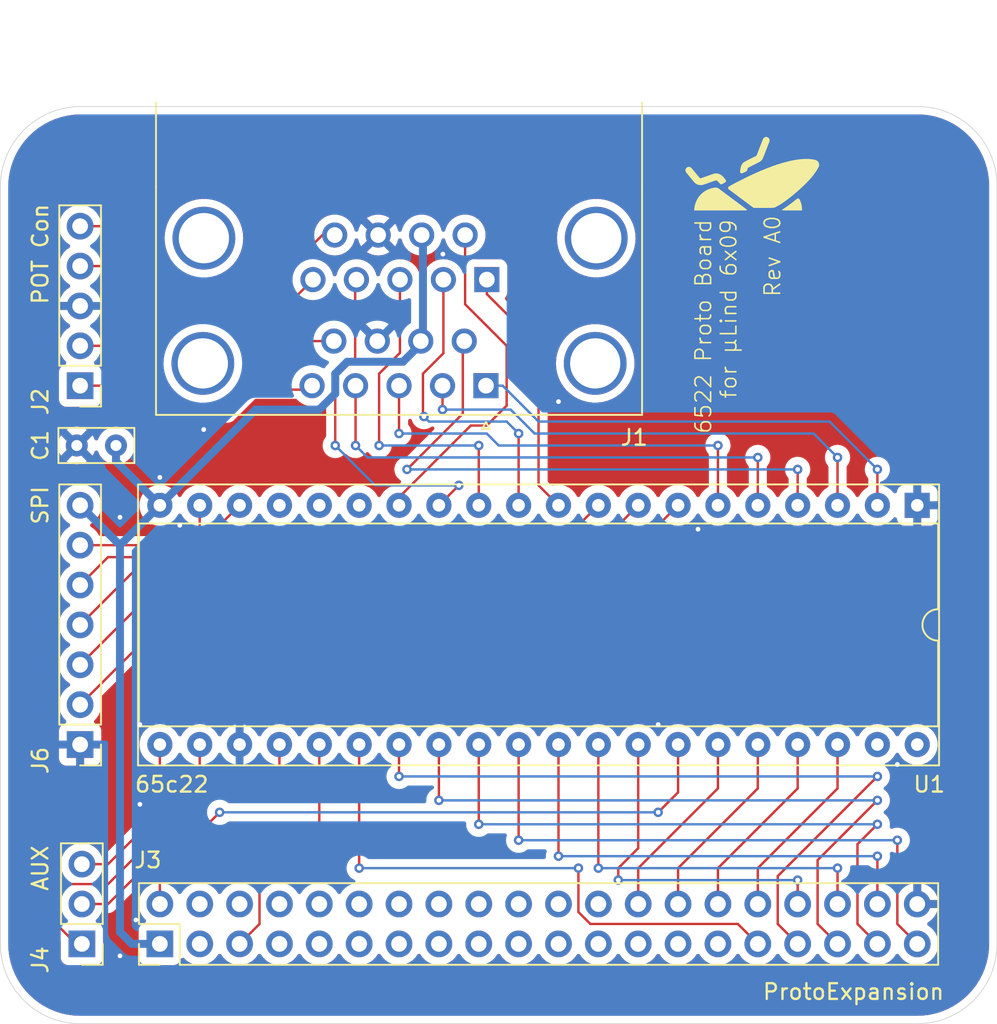
<source format=kicad_pcb>
(kicad_pcb (version 20240108) (generator "pcbnew") (generator_version "8.0")
  (layers (0 "F.Cu" signal) (31 "B.Cu" signal) (34 "B.Paste" user) (35 "F.Paste" user) (36 "B.SilkS" user "B.Silkscreen") (37 "F.SilkS" user "F.Silkscreen") (38 "B.Mask" user) (39 "F.Mask" user) (44 "Edge.Cuts" user))
  (net 0 "")
  (net 1 "Net-(J2-Pin_2)")
  (net 2 "Net-(J2-Pin_5)")
  (net 3 "Net-(J2-Pin_1)")
  (net 4 "Net-(J2-Pin_4)")
  (net 5 "GND")
  (net 6 "/D7")
  (net 7 "/A8")
  (net 8 "/A1")
  (net 9 "/A14")
  (net 12 "/~{HALT}")
  (net 14 "/A3")
  (net 15 "/D2")
  (net 16 "/D5")
  (net 17 "/A10")
  (net 18 "/D6")
  (net 20 "/~{BREQ}")
  (net 21 "/A15")
  (net 23 "/BAVAIL")
  (net 24 "/A9")
  (net 25 "/A7")
  (net 26 "/A13")
  (net 27 "/~{RST}")
  (net 29 "/A0")
  (net 30 "/D1")
  (net 31 "/D0")
  (net 32 "/D3")
  (net 33 "/A5")
  (net 34 "/A6")
  (net 35 "VCC")
  (net 36 "/A12")
  (net 38 "/D4")
  (net 39 "/E")
  (net 40 "/A2")
  (net 41 "/~{WR}")
  (net 42 "/A11")
  (net 43 "/A4")
  (net 44 "/~{RD}")
  (net 45 "/~{PAR_EN}")
  (net 46 "/R{slash}~{W}")
  (net 47 "/~{INT_PAR}")
  (net 48 "/COPI{slash}CIPO")
  (net 49 "/SCK")
  (net 50 "/CS1")
  (net 51 "/CS0")
  (net 52 "/CS2")
  (net 55 "Net-(U1-PA3)")
  (net 56 "Net-(U1-PB4)")
  (net 57 "Net-(U1-PA4)")
  (net 58 "Net-(U1-PB2)")
  (net 59 "Net-(U1-PB0)")
  (net 61 "Net-(U1-PA0)")
  (net 63 "Net-(U1-PA1)")
  (net 64 "Net-(U1-PB1)")
  (net 65 "Net-(U1-PA2)")
  (net 67 "Net-(U1-PB3)")
  (footprint "kicad-lib:DSUB-9-Double_NorComp" (layer "F.Cu") (at 81.74 63.5 180)
    (property "Reference" "J1" (at -9.446 -3.302 0) (layer "F.SilkS"))
    (property "Value" "~" (hide yes))
    (pad "0" thru_hole circle (at -7.027 9.398 180) (size 4 4) (drill 3.2) (layers "*.Cu" "*.Mask"))
    (pad "0" thru_hole circle (at -6.96 1.42 180) (size 4 4) (drill 3.2) (layers "*.Cu" "*.Mask"))
    (pad "0" thru_hole circle (at 17.973 9.398 180) (size 4 4) (drill 3.2) (layers "*.Cu" "*.Mask"))
    (pad "0" thru_hole circle (at 18.04 1.42 180) (size 4 4) (drill 3.2) (layers "*.Cu" "*.Mask"))
    (pad "1" thru_hole rect (at 0 0 180) (size 1.6 1.6) (drill 1) (layers "*.Cu" "*.Mask") (net 61 "Net-(U1-PA0)"))
    (pad "2" thru_hole circle (at 2.77 0 180) (size 1.6 1.6) (drill 1) (layers "*.Cu" "*.Mask") (net 63 "Net-(U1-PA1)"))
    (pad "3" thru_hole circle (at 5.54 0 180) (size 1.6 1.6) (drill 1) (layers "*.Cu" "*.Mask") (net 57 "Net-(U1-PA4)"))
    (pad "4" thru_hole circle (at 8.31 0 180) (size 1.6 1.6) (drill 1) (layers "*.Cu" "*.Mask") (net 55 "Net-(U1-PA3)"))
    (pad "5" thru_hole circle (at 11.08 0 180) (size 1.6 1.6) (drill 1) (layers "*.Cu" "*.Mask") (net 3 "Net-(J2-Pin_1)"))
    (pad "6" thru_hole circle (at 1.385 2.84 180) (size 1.6 1.6) (drill 1) (layers "*.Cu" "*.Mask") (net 65 "Net-(U1-PA2)"))
    (pad "7" thru_hole circle (at 4.155 2.84 180) (size 1.6 1.6) (drill 1) (layers "*.Cu" "*.Mask") (net 35 "VCC"))
    (pad "8" thru_hole circle (at 6.925 2.84 180) (size 1.6 1.6) (drill 1) (layers "*.Cu" "*.Mask") (net 5 "GND"))
    (pad "9" thru_hole circle (at 9.695 2.84 180) (size 1.6 1.6) (drill 1) (layers "*.Cu" "*.Mask") (net 1 "Net-(J2-Pin_2)"))
    (pad "11" thru_hole rect (at -0.0564 6.7564 180) (size 1.6 1.6) (drill 1) (layers "*.Cu" "*.Mask") (net 59 "Net-(U1-PB0)"))
    (pad "12" thru_hole circle (at 2.7136 6.7564 180) (size 1.6 1.6) (drill 1) (layers "*.Cu" "*.Mask") (net 64 "Net-(U1-PB1)"))
    (pad "13" thru_hole circle (at 5.4836 6.7564 180) (size 1.6 1.6) (drill 1) (layers "*.Cu" "*.Mask") (net 58 "Net-(U1-PB2)"))
    (pad "14" thru_hole circle (at 8.2536 6.7564 180) (size 1.6 1.6) (drill 1) (layers "*.Cu" "*.Mask") (net 67 "Net-(U1-PB3)"))
    (pad "15" thru_hole circle (at 11.0236 6.7564 180) (size 1.6 1.6) (drill 1) (layers "*.Cu" "*.Mask") (net 4 "Net-(J2-Pin_4)"))
    (pad "16" thru_hole circle (at 1.3286 9.5964 180) (size 1.6 1.6) (drill 1) (layers "*.Cu" "*.Mask") (net 56 "Net-(U1-PB4)"))
    (pad "17" thru_hole circle (at 4.0986 9.5964 180) (size 1.6 1.6) (drill 1) (layers "*.Cu" "*.Mask") (net 35 "VCC"))
    (pad "18" thru_hole circle (at 6.8686 9.5964 180) (size 1.6 1.6) (drill 1) (layers "*.Cu" "*.Mask") (net 5 "GND"))
    (pad "19" thru_hole circle (at 9.6386 9.5964 180) (size 1.6 1.6) (drill 1) (layers "*.Cu" "*.Mask") (net 2 "Net-(J2-Pin_5)"))
  )
  (footprint "Capacitor_THT:C_Rect_L4.6mm_W2.0mm_P2.50mm_MKS02_FKP02" (layer "F.Cu") (at 58.166 67.31 180)
    (property "Reference" "C1" (at 4.826 0 -90) (layer "F.SilkS"))
    (property "Value" "C" (hide yes))
    (pad "1" thru_hole circle (at 0 0 180) (size 1.4 1.4) (drill 0.7) (layers "*.Cu" "*.Mask") (net 35 "VCC"))
    (pad "2" thru_hole circle (at 2.5 0 180) (size 1.4 1.4) (drill 0.7) (layers "*.Cu" "*.Mask") (net 5 "GND"))
  )
  (footprint "Connector_PinHeader_2.54mm:PinHeader_2x20_P2.54mm_Vertical" (layer "F.Cu") (at 60.96 99.06 90)
    (property "Reference" "J3" (at 5.334 -0.762 0) (layer "F.SilkS"))
    (property "Value" "ProtoExpansion" (at -3.048 44.196 0) (layer "F.SilkS"))
    (pad "1" thru_hole rect (at 0 0 90) (size 1.7 1.7) (drill 1) (layers "*.Cu" "*.Mask") (net 35 "VCC"))
    (pad "2" thru_hole oval (at 2.54 0 90) (size 1.7 1.7) (drill 1) (layers "*.Cu" "*.Mask") (net 27 "/~{RST}"))
    (pad "3" thru_hole oval (at 0 2.54 90) (size 1.7 1.7) (drill 1) (layers "*.Cu" "*.Mask") (net 20 "/~{BREQ}"))
    (pad "4" thru_hole oval (at 2.54 2.54 90) (size 1.7 1.7) (drill 1) (layers "*.Cu" "*.Mask") (net 12 "/~{HALT}"))
    (pad "5" thru_hole oval (at 0 5.08 90) (size 1.7 1.7) (drill 1) (layers "*.Cu" "*.Mask") (net 39 "/E"))
    (pad "6" thru_hole oval (at 2.54 5.08 90) (size 1.7 1.7) (drill 1) (layers "*.Cu" "*.Mask"))
    (pad "7" thru_hole oval (at 0 7.62 90) (size 1.7 1.7) (drill 1) (layers "*.Cu" "*.Mask") (net 23 "/BAVAIL"))
    (pad "8" thru_hole oval (at 2.54 7.62 90) (size 1.7 1.7) (drill 1) (layers "*.Cu" "*.Mask"))
    (pad "9" thru_hole oval (at 0 10.16 90) (size 1.7 1.7) (drill 1) (layers "*.Cu" "*.Mask"))
    (pad "10" thru_hole oval (at 2.54 10.16 90) (size 1.7 1.7) (drill 1) (layers "*.Cu" "*.Mask"))
    (pad "11" thru_hole oval (at 0 12.7 90) (size 1.7 1.7) (drill 1) (layers "*.Cu" "*.Mask"))
    (pad "12" thru_hole oval (at 2.54 12.7 90) (size 1.7 1.7) (drill 1) (layers "*.Cu" "*.Mask") (net 21 "/A15"))
    (pad "13" thru_hole oval (at 0 15.24 90) (size 1.7 1.7) (drill 1) (layers "*.Cu" "*.Mask"))
    (pad "14" thru_hole oval (at 2.54 15.24 90) (size 1.7 1.7) (drill 1) (layers "*.Cu" "*.Mask") (net 9 "/A14"))
    (pad "15" thru_hole oval (at 0 17.78 90) (size 1.7 1.7) (drill 1) (layers "*.Cu" "*.Mask") (net 41 "/~{WR}"))
    (pad "16" thru_hole oval (at 2.54 17.78 90) (size 1.7 1.7) (drill 1) (layers "*.Cu" "*.Mask") (net 36 "/A12"))
    (pad "17" thru_hole oval (at 0 20.32 90) (size 1.7 1.7) (drill 1) (layers "*.Cu" "*.Mask") (net 26 "/A13"))
    (pad "18" thru_hole oval (at 2.54 20.32 90) (size 1.7 1.7) (drill 1) (layers "*.Cu" "*.Mask") (net 25 "/A7"))
    (pad "19" thru_hole oval (at 0 22.86 90) (size 1.7 1.7) (drill 1) (layers "*.Cu" "*.Mask") (net 7 "/A8"))
    (pad "20" thru_hole oval (at 2.54 22.86 90) (size 1.7 1.7) (drill 1) (layers "*.Cu" "*.Mask") (net 34 "/A6"))
    (pad "21" thru_hole oval (at 0 25.4 90) (size 1.7 1.7) (drill 1) (layers "*.Cu" "*.Mask") (net 24 "/A9"))
    (pad "22" thru_hole oval (at 2.54 25.4 90) (size 1.7 1.7) (drill 1) (layers "*.Cu" "*.Mask") (net 33 "/A5"))
    (pad "23" thru_hole oval (at 0 27.94 90) (size 1.7 1.7) (drill 1) (layers "*.Cu" "*.Mask") (net 42 "/A11"))
    (pad "24" thru_hole oval (at 2.54 27.94 90) (size 1.7 1.7) (drill 1) (layers "*.Cu" "*.Mask") (net 43 "/A4"))
    (pad "25" thru_hole oval (at 0 30.48 90) (size 1.7 1.7) (drill 1) (layers "*.Cu" "*.Mask") (net 44 "/~{RD}"))
    (pad "26" thru_hole oval (at 2.54 30.48 90) (size 1.7 1.7) (drill 1) (layers "*.Cu" "*.Mask") (net 14 "/A3"))
    (pad "27" thru_hole oval (at 0 33.02 90) (size 1.7 1.7) (drill 1) (layers "*.Cu" "*.Mask") (net 17 "/A10"))
    (pad "28" thru_hole oval (at 2.54 33.02 90) (size 1.7 1.7) (drill 1) (layers "*.Cu" "*.Mask") (net 40 "/A2"))
    (pad "29" thru_hole oval (at 0 35.56 90) (size 1.7 1.7) (drill 1) (layers "*.Cu" "*.Mask"))
    (pad "30" thru_hole oval (at 2.54 35.56 90) (size 1.7 1.7) (drill 1) (layers "*.Cu" "*.Mask") (net 8 "/A1"))
    (pad "31" thru_hole oval (at 0 38.1 90) (size 1.7 1.7) (drill 1) (layers "*.Cu" "*.Mask") (net 6 "/D7"))
    (pad "32" thru_hole oval (at 2.54 38.1 90) (size 1.7 1.7) (drill 1) (layers "*.Cu" "*.Mask") (net 29 "/A0"))
    (pad "33" thru_hole oval (at 0 40.64 90) (size 1.7 1.7) (drill 1) (layers "*.Cu" "*.Mask") (net 18 "/D6"))
    (pad "34" thru_hole oval (at 2.54 40.64 90) (size 1.7 1.7) (drill 1) (layers "*.Cu" "*.Mask") (net 31 "/D0"))
    (pad "35" thru_hole oval (at 0 43.18 90) (size 1.7 1.7) (drill 1) (layers "*.Cu" "*.Mask") (net 16 "/D5"))
    (pad "36" thru_hole oval (at 2.54 43.18 90) (size 1.7 1.7) (drill 1) (layers "*.Cu" "*.Mask") (net 30 "/D1"))
    (pad "37" thru_hole oval (at 0 45.72 90) (size 1.7 1.7) (drill 1) (layers "*.Cu" "*.Mask") (net 38 "/D4"))
    (pad "38" thru_hole oval (at 2.54 45.72 90) (size 1.7 1.7) (drill 1) (layers "*.Cu" "*.Mask") (net 15 "/D2"))
    (pad "39" thru_hole oval (at 0 48.26 90) (size 1.7 1.7) (drill 1) (layers "*.Cu" "*.Mask") (net 32 "/D3"))
    (pad "40" thru_hole oval (at 2.54 48.26 90) (size 1.7 1.7) (drill 1) (layers "*.Cu" "*.Mask") (net 5 "GND"))
  )
  (footprint "Connector_PinHeader_2.54mm:PinHeader_1x03_P2.54mm_Vertical" (layer "F.Cu") (at 55.992 99.06 180)
    (property "Reference" "J4" (at 2.652 -1.016 -90) (layer "F.SilkS"))
    (property "Value" "AUX" (at 2.652 4.826 -90) (layer "F.SilkS"))
    (pad "1" thru_hole rect (at 0 0 180) (size 1.7 1.7) (drill 1) (layers "*.Cu" "*.Mask") (net 46 "/R{slash}~{W}"))
    (pad "2" thru_hole oval (at 0 2.54 180) (size 1.7 1.7) (drill 1) (layers "*.Cu" "*.Mask") (net 45 "/~{PAR_EN}"))
    (pad "3" thru_hole oval (at 0 5.08 180) (size 1.7 1.7) (drill 1) (layers "*.Cu" "*.Mask") (net 47 "/~{INT_PAR}"))
  )
  (footprint "Connector_PinHeader_2.54mm:PinHeader_1x07_P2.54mm_Vertical" (layer "F.Cu") (at 55.88 86.36 180)
    (property "Reference" "J6" (at 2.54 -1.016 -90) (layer "F.SilkS"))
    (property "Value" "SPI" (at 2.54 15.24 -90) (layer "F.SilkS"))
    (pad "1" thru_hole rect (at 0 0 180) (size 1.7 1.7) (drill 1) (layers "*.Cu" "*.Mask") (net 5 "GND"))
    (pad "2" thru_hole oval (at 0 2.54 180) (size 1.7 1.7) (drill 1) (layers "*.Cu" "*.Mask") (net 51 "/CS0"))
    (pad "3" thru_hole oval (at 0 5.08 180) (size 1.7 1.7) (drill 1) (layers "*.Cu" "*.Mask") (net 50 "/CS1"))
    (pad "4" thru_hole oval (at 0 7.62 180) (size 1.7 1.7) (drill 1) (layers "*.Cu" "*.Mask") (net 52 "/CS2"))
    (pad "5" thru_hole oval (at 0 10.16 180) (size 1.7 1.7) (drill 1) (layers "*.Cu" "*.Mask") (net 49 "/SCK"))
    (pad "6" thru_hole oval (at 0 12.7 180) (size 1.7 1.7) (drill 1) (layers "*.Cu" "*.Mask") (net 48 "/COPI{slash}CIPO"))
    (pad "7" thru_hole oval (at 0 15.24 180) (size 1.7 1.7) (drill 1) (layers "*.Cu" "*.Mask") (net 35 "VCC"))
  )
  (footprint "Connector_PinHeader_2.54mm:PinHeader_1x05_P2.54mm_Vertical" (layer "F.Cu") (at 55.88 63.5 180)
    (property "Reference" "J2" (at 2.54 -1.016 -90) (layer "F.SilkS"))
    (property "Value" "POT Con" (at 2.54 8.382 -90) (layer "F.SilkS"))
    (pad "1" thru_hole rect (at 0 0 180) (size 1.7 1.7) (drill 1) (layers "*.Cu" "*.Mask") (net 3 "Net-(J2-Pin_1)"))
    (pad "2" thru_hole oval (at 0 2.54 180) (size 1.7 1.7) (drill 1) (layers "*.Cu" "*.Mask") (net 1 "Net-(J2-Pin_2)"))
    (pad "3" thru_hole oval (at 0 5.08 180) (size 1.7 1.7) (drill 1) (layers "*.Cu" "*.Mask") (net 5 "GND"))
    (pad "4" thru_hole oval (at 0 7.62 180) (size 1.7 1.7) (drill 1) (layers "*.Cu" "*.Mask") (net 4 "Net-(J2-Pin_4)"))
    (pad "5" thru_hole oval (at 0 10.16 180) (size 1.7 1.7) (drill 1) (layers "*.Cu" "*.Mask") (net 2 "Net-(J2-Pin_5)"))
  )
  (footprint "Package_DIP:DIP-40_W15.24mm_Socket" (layer "F.Cu") (at 109.22 71.12 -90)
    (property "Reference" "U1" (at 17.78 -0.762 180) (layer "F.SilkS"))
    (property "Value" "65c22" (at 17.78 47.498 180) (layer "F.SilkS"))
    (pad "1" thru_hole rect (at 0 0 270) (size 1.6 1.6) (drill 0.8) (layers "*.Cu" "*.Mask") (net 5 "GND"))
    (pad "2" thru_hole oval (at 0 2.54 270) (size 1.6 1.6) (drill 0.8) (layers "*.Cu" "*.Mask") (net 61 "Net-(U1-PA0)"))
    (pad "3" thru_hole oval (at 0 5.08 270) (size 1.6 1.6) (drill 0.8) (layers "*.Cu" "*.Mask") (net 63 "Net-(U1-PA1)"))
    (pad "4" thru_hole oval (at 0 7.62 270) (size 1.6 1.6) (drill 0.8) (layers "*.Cu" "*.Mask") (net 65 "Net-(U1-PA2)"))
    (pad "5" thru_hole oval (at 0 10.16 270) (size 1.6 1.6) (drill 0.8) (layers "*.Cu" "*.Mask") (net 55 "Net-(U1-PA3)"))
    (pad "6" thru_hole oval (at 0 12.7 270) (size 1.6 1.6) (drill 0.8) (layers "*.Cu" "*.Mask") (net 57 "Net-(U1-PA4)"))
    (pad "7" thru_hole oval (at 0 15.24 270) (size 1.6 1.6) (drill 0.8) (layers "*.Cu" "*.Mask") (net 51 "/CS0"))
    (pad "8" thru_hole oval (at 0 17.78 270) (size 1.6 1.6) (drill 0.8) (layers "*.Cu" "*.Mask") (net 50 "/CS1"))
    (pad "9" thru_hole oval (at 0 20.32 270) (size 1.6 1.6) (drill 0.8) (layers "*.Cu" "*.Mask") (net 52 "/CS2"))
    (pad "10" thru_hole oval (at 0 22.86 270) (size 1.6 1.6) (drill 0.8) (layers "*.Cu" "*.Mask") (net 59 "Net-(U1-PB0)"))
    (pad "11" thru_hole oval (at 0 25.4 270) (size 1.6 1.6) (drill 0.8) (layers "*.Cu" "*.Mask") (net 64 "Net-(U1-PB1)"))
    (pad "12" thru_hole oval (at 0 27.94 270) (size 1.6 1.6) (drill 0.8) (layers "*.Cu" "*.Mask") (net 58 "Net-(U1-PB2)"))
    (pad "13" thru_hole oval (at 0 30.48 270) (size 1.6 1.6) (drill 0.8) (layers "*.Cu" "*.Mask") (net 67 "Net-(U1-PB3)"))
    (pad "14" thru_hole oval (at 0 33.02 270) (size 1.6 1.6) (drill 0.8) (layers "*.Cu" "*.Mask") (net 56 "Net-(U1-PB4)"))
    (pad "15" thru_hole oval (at 0 35.56 270) (size 1.6 1.6) (drill 0.8) (layers "*.Cu" "*.Mask"))
    (pad "16" thru_hole oval (at 0 38.1 270) (size 1.6 1.6) (drill 0.8) (layers "*.Cu" "*.Mask"))
    (pad "17" thru_hole oval (at 0 40.64 270) (size 1.6 1.6) (drill 0.8) (layers "*.Cu" "*.Mask"))
    (pad "18" thru_hole oval (at 0 43.18 270) (size 1.6 1.6) (drill 0.8) (layers "*.Cu" "*.Mask") (net 49 "/SCK"))
    (pad "19" thru_hole oval (at 0 45.72 270) (size 1.6 1.6) (drill 0.8) (layers "*.Cu" "*.Mask") (net 48 "/COPI{slash}CIPO"))
    (pad "20" thru_hole oval (at 0 48.26 270) (size 1.6 1.6) (drill 0.8) (layers "*.Cu" "*.Mask") (net 35 "VCC"))
    (pad "21" thru_hole oval (at 15.24 48.26 270) (size 1.6 1.6) (drill 0.8) (layers "*.Cu" "*.Mask") (net 47 "/~{INT_PAR}"))
    (pad "22" thru_hole oval (at 15.24 45.72 270) (size 1.6 1.6) (drill 0.8) (layers "*.Cu" "*.Mask") (net 46 "/R{slash}~{W}"))
    (pad "23" thru_hole oval (at 15.24 43.18 270) (size 1.6 1.6) (drill 0.8) (layers "*.Cu" "*.Mask") (net 5 "GND"))
    (pad "24" thru_hole oval (at 15.24 40.64 270) (size 1.6 1.6) (drill 0.8) (layers "*.Cu" "*.Mask") (net 45 "/~{PAR_EN}"))
    (pad "25" thru_hole oval (at 15.24 38.1 270) (size 1.6 1.6) (drill 0.8) (layers "*.Cu" "*.Mask") (net 39 "/E"))
    (pad "26" thru_hole oval (at 15.24 35.56 270) (size 1.6 1.6) (drill 0.8) (layers "*.Cu" "*.Mask") (net 6 "/D7"))
    (pad "27" thru_hole oval (at 15.24 33.02 270) (size 1.6 1.6) (drill 0.8) (layers "*.Cu" "*.Mask") (net 18 "/D6"))
    (pad "28" thru_hole oval (at 15.24 30.48 270) (size 1.6 1.6) (drill 0.8) (layers "*.Cu" "*.Mask") (net 16 "/D5"))
    (pad "29" thru_hole oval (at 15.24 27.94 270) (size 1.6 1.6) (drill 0.8) (layers "*.Cu" "*.Mask") (net 38 "/D4"))
    (pad "30" thru_hole oval (at 15.24 25.4 270) (size 1.6 1.6) (drill 0.8) (layers "*.Cu" "*.Mask") (net 32 "/D3"))
    (pad "31" thru_hole oval (at 15.24 22.86 270) (size 1.6 1.6) (drill 0.8) (layers "*.Cu" "*.Mask") (net 15 "/D2"))
    (pad "32" thru_hole oval (at 15.24 20.32 270) (size 1.6 1.6) (drill 0.8) (layers "*.Cu" "*.Mask") (net 30 "/D1"))
    (pad "33" thru_hole oval (at 15.24 17.78 270) (size 1.6 1.6) (drill 0.8) (layers "*.Cu" "*.Mask") (net 31 "/D0"))
    (pad "34" thru_hole oval (at 15.24 15.24 270) (size 1.6 1.6) (drill 0.8) (layers "*.Cu" "*.Mask") (net 27 "/~{RST}"))
    (pad "35" thru_hole oval (at 15.24 12.7 270) (size 1.6 1.6) (drill 0.8) (layers "*.Cu" "*.Mask") (net 14 "/A3"))
    (pad "36" thru_hole oval (at 15.24 10.16 270) (size 1.6 1.6) (drill 0.8) (layers "*.Cu" "*.Mask") (net 40 "/A2"))
    (pad "37" thru_hole oval (at 15.24 7.62 270) (size 1.6 1.6) (drill 0.8) (layers "*.Cu" "*.Mask") (net 8 "/A1"))
    (pad "38" thru_hole oval (at 15.24 5.08 270) (size 1.6 1.6) (drill 0.8) (layers "*.Cu" "*.Mask") (net 29 "/A0"))
    (pad "39" thru_hole oval (at 15.24 2.54 270) (size 1.6 1.6) (drill 0.8) (layers "*.Cu" "*.Mask"))
    (pad "40" thru_hole oval (at 15.24 0 270) (size 1.6 1.6) (drill 0.8) (layers "*.Cu" "*.Mask"))
  )
  (footprint "kicad-lib:fly_6mm" (layer "F.Cu") (at 98.806 50.038 90)
    (property "Reference" "G***" (hide yes))
    (property "Value" "LOGO" (hide yes))
  )
  (gr_arc (start 109.22 45.72) (mid 112.822949 47.197204) (end 114.30051 50.800006) (stroke (width 0.05)) (layer "Edge.Cuts"))
  (gr_line (start 109.22 45.72) (end 55.88 45.72) (stroke (width 0.05)) (layer "Edge.Cuts"))
  (gr_line (start 114.3 99.06) (end 114.3 50.8) (stroke (width 0.05)) (layer "Edge.Cuts"))
  (gr_line (start 55.88 104.14) (end 109.22 104.14) (stroke (width 0.05)) (layer "Edge.Cuts"))
  (gr_arc (start 50.8 50.8) (mid 52.298382 47.218382) (end 55.88 45.72) (stroke (width 0.05)) (layer "Edge.Cuts"))
  (gr_line (start 50.8 50.8) (end 50.8 99.06) (stroke (width 0.05)) (layer "Edge.Cuts"))
  (gr_arc (start 55.88 104.14) (mid 52.287898 102.652102) (end 50.8 99.06) (stroke (width 0.05)) (layer "Edge.Cuts"))
  (gr_arc (start 114.3 99.06) (mid 112.812102 102.652102) (end 109.22 104.14) (stroke (width 0.05)) (layer "Edge.Cuts"))
  (gr_text "6522 Proto Board\nfor µLind 6x09" (at 97.79 52.832 90) (layer "F.SilkS") (effects (font (size 1 1) (thickness 0.1)) (justify right bottom)))
  (gr_text "Rev A0" (at 100.584 57.912 90) (layer "F.SilkS") (effects (font (size 1 1) (thickness 0.1)) (justify left bottom)))
  (segment (start 61.976 58.928) (end 59.944 60.96) (width 0.1524) (layer "F.Cu") (net 1))
  (segment (start 67.01 60.66) (end 65.278 58.928) (width 0.1524) (layer "F.Cu") (net 1))
  (segment (start 72.045 60.66) (end 67.01 60.66) (width 0.1524) (layer "F.Cu") (net 1))
  (segment (start 65.278 58.928) (end 61.976 58.928) (width 0.1524) (layer "F.Cu") (net 1))
  (segment (start 59.944 60.96) (end 55.88 60.96) (width 0.1524) (layer "F.Cu") (net 1))
  (segment (start 71.374 53.848) (end 72.0458 53.848) (width 0.1524) (layer "F.Cu") (net 2))
  (segment (start 68.072 57.15) (end 71.374 53.848) (width 0.1524) (layer "F.Cu") (net 2))
  (segment (start 58.42 53.34) (end 62.23 57.15) (width 0.1524) (layer "F.Cu") (net 2))
  (segment (start 62.23 57.15) (end 68.072 57.15) (width 0.1524) (layer "F.Cu") (net 2))
  (segment (start 55.88 53.34) (end 58.42 53.34) (width 0.1524) (layer "F.Cu") (net 2))
  (segment (start 72.0458 53.848) (end 72.1014 53.9036) (width 0.1524) (layer "F.Cu") (net 2))
  (segment (start 62.23 65.278) (end 65.278 65.278) (width 0.1524) (layer "F.Cu") (net 3))
  (segment (start 66.802 63.754) (end 70.406 63.754) (width 0.1524) (layer "F.Cu") (net 3))
  (segment (start 55.88 63.5) (end 60.452 63.5) (width 0.1524) (layer "F.Cu") (net 3))
  (segment (start 65.278 65.278) (end 66.802 63.754) (width 0.1524) (layer "F.Cu") (net 3))
  (segment (start 70.406 63.754) (end 70.66 63.5) (width 0.1524) (layer "F.Cu") (net 3))
  (segment (start 60.452 63.5) (end 62.23 65.278) (width 0.1524) (layer "F.Cu") (net 3))
  (segment (start 55.88 55.88) (end 58.674 55.88) (width 0.1524) (layer "F.Cu") (net 4))
  (segment (start 58.674 55.88) (end 60.706 57.912) (width 0.1524) (layer "F.Cu") (net 4))
  (segment (start 60.706 57.912) (end 69.548 57.912) (width 0.1524) (layer "F.Cu") (net 4))
  (segment (start 69.548 57.912) (end 70.7164 56.7436) (width 0.1524) (layer "F.Cu") (net 4))
  (via (at 59.436 97.536) (size 0.6) (drill 0.3) (layers "F.Cu" "B.Cu") (net 5))
  (via (at 78.994 55.118) (size 0.6) (drill 0.3) (layers "F.Cu" "B.Cu") (net 5))
  (via (at 58.42 99.822) (size 0.6) (drill 0.3) (layers "F.Cu" "B.Cu") (net 5))
  (via (at 95.25 72.644) (size 0.6) (drill 0.3) (layers "F.Cu" "B.Cu") (net 5))
  (via (at 86.36 64.516) (size 0.6) (drill 0.3) (layers "F.Cu" "B.Cu") (net 5))
  (via (at 59.69 85.09) (size 0.6) (drill 0.3) (layers "F.Cu" "B.Cu") (net 5))
  (via (at 107.95 87.63) (size 0.6) (drill 0.3) (layers "F.Cu" "B.Cu") (net 5))
  (via (at 58.42 71.882) (size 0.6) (drill 0.3) (layers "F.Cu" "B.Cu") (net 5))
  (via (at 62.23 72.39) (size 0.6) (drill 0.3) (layers "F.Cu" "B.Cu") (net 5))
  (via (at 60.96 69.342) (size 0.6) (drill 0.3) (layers "F.Cu" "B.Cu") (net 5))
  (via (at 92.71 85.09) (size 0.6) (drill 0.3) (layers "F.Cu" "B.Cu") (net 5))
  (via (at 59.69 90.17) (size 0.6) (drill 0.3) (layers "F.Cu" "B.Cu") (net 5))
  (via (at 63.754 66.294) (size 0.6) (drill 0.3) (layers "F.Cu" "B.Cu") (net 5))
  (segment (start 97.79 97.79) (end 88.392 97.79) (width 0.1524) (layer "F.Cu") (net 6))
  (segment (start 99.06 99.06) (end 97.79 97.79) (width 0.1524) (layer "F.Cu") (net 6))
  (segment (start 88.392 97.79) (end 87.63 97.028) (width 0.1524) (layer "F.Cu") (net 6))
  (segment (start 73.66 94.234) (end 73.66 86.36) (width 0.1524) (layer "F.Cu") (net 6))
  (segment (start 87.63 97.028) (end 87.63 94.234) (width 0.1524) (layer "F.Cu") (net 6))
  (via (at 73.66 94.234) (size 0.6) (drill 0.3) (layers "F.Cu" "B.Cu") (net 6))
  (via (at 87.63 94.234) (size 0.6) (drill 0.3) (layers "F.Cu" "B.Cu") (net 6))
  (segment (start 87.63 94.234) (end 73.66 94.234) (width 0.1524) (layer "B.Cu") (net 6))
  (segment (start 96.52 94.234) (end 101.6 89.154) (width 0.1524) (layer "F.Cu") (net 8))
  (segment (start 96.52 96.52) (end 96.52 94.234) (width 0.1524) (layer "F.Cu") (net 8))
  (segment (start 101.6 89.154) (end 101.6 86.36) (width 0.1524) (layer "F.Cu") (net 8))
  (segment (start 91.44 94.234) (end 96.52 89.154) (width 0.1524) (layer "F.Cu") (net 14))
  (segment (start 91.44 96.52) (end 91.44 94.234) (width 0.1524) (layer "F.Cu") (net 14))
  (segment (start 96.52 89.154) (end 96.52 86.36) (width 0.1524) (layer "F.Cu") (net 14))
  (segment (start 86.36 93.472) (end 86.36 86.36) (width 0.1524) (layer "F.Cu") (net 15))
  (segment (start 106.68 96.52) (end 106.68 93.472) (width 0.1524) (layer "F.Cu") (net 15))
  (via (at 86.36 93.472) (size 0.6) (drill 0.3) (layers "F.Cu" "B.Cu") (net 15))
  (via (at 106.68 93.472) (size 0.6) (drill 0.3) (layers "F.Cu" "B.Cu") (net 15))
  (segment (start 106.68 93.472) (end 86.36 93.472) (width 0.1524) (layer "B.Cu") (net 15))
  (segment (start 106.68 89.916) (end 102.87 93.726) (width 0.1524) (layer "F.Cu") (net 16))
  (segment (start 102.87 97.79) (end 104.14 99.06) (width 0.1524) (layer "F.Cu") (net 16))
  (segment (start 78.74 89.916) (end 78.74 86.36) (width 0.1524) (layer "F.Cu") (net 16))
  (segment (start 102.87 93.726) (end 102.87 97.79) (width 0.1524) (layer "F.Cu") (net 16))
  (via (at 78.74 89.916) (size 0.6) (drill 0.3) (layers "F.Cu" "B.Cu") (net 16))
  (via (at 106.68 89.916) (size 0.6) (drill 0.3) (layers "F.Cu" "B.Cu") (net 16))
  (segment (start 106.68 89.916) (end 78.74 89.916) (width 0.1524) (layer "B.Cu") (net 16))
  (segment (start 100.33 94.742) (end 100.33 97.79) (width 0.1524) (layer "F.Cu") (net 18))
  (segment (start 76.2 88.392) (end 76.2 86.36) (width 0.1524) (layer "F.Cu") (net 18))
  (segment (start 100.33 97.79) (end 101.6 99.06) (width 0.1524) (layer "F.Cu") (net 18))
  (segment (start 106.68 88.392) (end 100.33 94.742) (width 0.1524) (layer "F.Cu") (net 18))
  (via (at 106.68 88.392) (size 0.6) (drill 0.3) (layers "F.Cu" "B.Cu") (net 18))
  (via (at 76.2 88.392) (size 0.6) (drill 0.3) (layers "F.Cu" "B.Cu") (net 18))
  (segment (start 76.2 88.392) (end 106.68 88.392) (width 0.1524) (layer "B.Cu") (net 18))
  (segment (start 92.71 90.678) (end 93.98 89.408) (width 0.1524) (layer "F.Cu") (net 27))
  (segment (start 60.96 96.52) (end 60.96 94.488) (width 0.1524) (layer "F.Cu") (net 27))
  (segment (start 93.98 89.408) (end 93.98 86.36) (width 0.1524) (layer "F.Cu") (net 27))
  (segment (start 60.96 94.488) (end 64.77 90.678) (width 0.1524) (layer "F.Cu") (net 27))
  (via (at 64.77 90.678) (size 0.6) (drill 0.3) (layers "F.Cu" "B.Cu") (net 27))
  (via (at 92.71 90.678) (size 0.6) (drill 0.3) (layers "F.Cu" "B.Cu") (net 27))
  (segment (start 64.77 90.678) (end 92.71 90.678) (width 0.1524) (layer "B.Cu") (net 27))
  (segment (start 104.14 89.154) (end 104.14 86.36) (width 0.1524) (layer "F.Cu") (net 29))
  (segment (start 99.06 96.52) (end 99.06 94.234) (width 0.1524) (layer "F.Cu") (net 29))
  (segment (start 99.06 94.234) (end 104.14 89.154) (width 0.1524) (layer "F.Cu") (net 29))
  (segment (start 104.14 96.52) (end 104.14 94.234) (width 0.1524) (layer "F.Cu") (net 30))
  (segment (start 88.9 94.234) (end 88.9 86.36) (width 0.1524) (layer "F.Cu") (net 30))
  (via (at 104.14 94.234) (size 0.6) (drill 0.3) (layers "F.Cu" "B.Cu") (net 30))
  (via (at 88.9 94.234) (size 0.6) (drill 0.3) (layers "F.Cu" "B.Cu") (net 30))
  (segment (start 104.14 94.234) (end 88.9 94.234) (width 0.1524) (layer "B.Cu") (net 30))
  (segment (start 91.44 92.964) (end 91.44 86.36) (width 0.1524) (layer "F.Cu") (net 31))
  (segment (start 90.17 94.234) (end 91.44 92.964) (width 0.1524) (layer "F.Cu") (net 31))
  (segment (start 101.6 96.52) (end 101.6 94.996) (width 0.1524) (layer "F.Cu") (net 31))
  (segment (start 90.17 94.996) (end 90.17 94.234) (width 0.1524) (layer "F.Cu") (net 31))
  (via (at 90.17 94.996) (size 0.6) (drill 0.3) (layers "F.Cu" "B.Cu") (net 31))
  (via (at 101.6 94.996) (size 0.6) (drill 0.3) (layers "F.Cu" "B.Cu") (net 31))
  (segment (start 90.17 94.996) (end 101.6 94.996) (width 0.1524) (layer "B.Cu") (net 31))
  (segment (start 83.82 92.456) (end 83.82 86.36) (width 0.1524) (layer "F.Cu") (net 32))
  (segment (start 107.95 97.79) (end 107.95 92.456) (width 0.1524) (layer "F.Cu") (net 32))
  (segment (start 109.22 99.06) (end 107.95 97.79) (width 0.1524) (layer "F.Cu") (net 32))
  (via (at 83.82 92.456) (size 0.6) (drill 0.3) (layers "F.Cu" "B.Cu") (net 32))
  (via (at 107.95 92.456) (size 0.6) (drill 0.3) (layers "F.Cu" "B.Cu") (net 32))
  (segment (start 107.95 92.456) (end 83.82 92.456) (width 0.1524) (layer "B.Cu") (net 32))
  (segment (start 77.585 60.845) (end 77.585 60.66) (width 0.1524) (layer "F.Cu") (net 35))
  (segment (start 55.88 71.12) (end 58.42 73.66) (width 0.508) (layer "B.Cu") (net 35))
  (segment (start 77.724 60.521) (end 77.724 54.099) (width 0.508) (layer "B.Cu") (net 35))
  (segment (start 72.136 64.008) (end 72.136 62.738) (width 0.508) (layer "B.Cu") (net 35))
  (segment (start 58.42 98.298) (end 58.42 73.66) (width 0.508) (layer "B.Cu") (net 35))
  (segment (start 72.136 62.738) (end 72.898 61.976) (width 0.508) (layer "B.Cu") (net 35))
  (segment (start 58.166 68.326) (end 58.166 67.31) (width 0.508) (layer "B.Cu") (net 35))
  (segment (start 60.96 71.12) (end 58.166 68.326) (width 0.508) (layer "B.Cu") (net 35))
  (segment (start 67.056 65.024) (end 71.12 65.024) (width 0.508) (layer "B.Cu") (net 35))
  (segment (start 77.585 60.66) (end 77.724 60.521) (width 0.508) (layer "B.Cu") (net 35))
  (segment (start 77.724 54.099) (end 77.585 53.96) (width 0.508) (layer "B.Cu") (net 35))
  (segment (start 58.674 73.406) (end 60.96 71.12) (width 0.508) (layer "B.Cu") (net 35))
  (segment (start 76.454 61.976) (end 77.585 60.845) (width 0.508) (layer "B.Cu") (net 35))
  (segment (start 59.182 99.06) (end 58.42 98.298) (width 0.508) (layer "B.Cu") (net 35))
  (segment (start 77.585 53.96) (end 77.6414 53.9036) (width 0.1524) (layer "B.Cu") (net 35))
  (segment (start 71.12 65.024) (end 72.136 64.008) (width 0.508) (layer "B.Cu") (net 35))
  (segment (start 60.96 71.12) (end 67.056 65.024) (width 0.508) (layer "B.Cu") (net 35))
  (segment (start 72.898 61.976) (end 76.454 61.976) (width 0.508) (layer "B.Cu") (net 35))
  (segment (start 60.96 99.06) (end 59.182 99.06) (width 0.508) (layer "B.Cu") (net 35))
  (segment (start 58.42 73.66) (end 58.674 73.406) (width 0.508) (layer "B.Cu") (net 35))
  (segment (start 106.68 91.44) (end 105.41 92.71) (width 0.1524) (layer "F.Cu") (net 38))
  (segment (start 81.28 91.44) (end 81.28 86.36) (width 0.1524) (layer "F.Cu") (net 38))
  (segment (start 105.41 97.79) (end 106.68 99.06) (width 0.1524) (layer "F.Cu") (net 38))
  (segment (start 105.41 92.71) (end 105.41 97.79) (width 0.1524) (layer "F.Cu") (net 38))
  (via (at 106.68 91.44) (size 0.6) (drill 0.3) (layers "F.Cu" "B.Cu") (net 38))
  (via (at 81.28 91.44) (size 0.6) (drill 0.3) (layers "F.Cu" "B.Cu") (net 38))
  (segment (start 106.68 91.44) (end 81.28 91.44) (width 0.1524) (layer "B.Cu") (net 38))
  (segment (start 67.31 95.504) (end 71.12 91.694) (width 0.1524) (layer "F.Cu") (net 39))
  (segment (start 71.12 91.694) (end 71.12 86.36) (width 0.1524) (layer "F.Cu") (net 39))
  (segment (start 67.31 97.79) (end 67.31 95.504) (width 0.1524) (layer "F.Cu") (net 39))
  (segment (start 66.04 99.06) (end 67.31 97.79) (width 0.1524) (layer "F.Cu") (net 39))
  (segment (start 99.06 89.154) (end 99.06 86.36) (width 0.1524) (layer "F.Cu") (net 40))
  (segment (start 93.98 96.52) (end 93.98 94.234) (width 0.1524) (layer "F.Cu") (net 40))
  (segment (start 93.98 94.234) (end 99.06 89.154) (width 0.1524) (layer "F.Cu") (net 40))
  (segment (start 67.818 89.408) (end 68.58 88.646) (width 0.1524) (layer "F.Cu") (net 45))
  (segment (start 68.58 88.646) (end 68.58 86.36) (width 0.1524) (layer "F.Cu") (net 45))
  (segment (start 55.992 96.52) (end 57.658 96.52) (width 0.1524) (layer "F.Cu") (net 45))
  (segment (start 57.658 96.52) (end 64.77 89.408) (width 0.1524) (layer "F.Cu") (net 45))
  (segment (start 64.77 89.408) (end 67.818 89.408) (width 0.1524) (layer "F.Cu") (net 45))
  (segment (start 63.5 89.408) (end 63.5 86.36) (width 0.1524) (layer "F.Cu") (net 46))
  (segment (start 54.356 96.012) (end 55.118 95.25) (width 0.1524) (layer "F.Cu") (net 46))
  (segment (start 54.356 97.79) (end 54.356 96.012) (width 0.1524) (layer "F.Cu") (net 46))
  (segment (start 55.992 99.06) (end 55.626 99.06) (width 0.1524) (layer "F.Cu") (net 46))
  (segment (start 57.658 95.25) (end 63.5 89.408) (width 0.1524) (layer "F.Cu") (net 46))
  (segment (start 55.626 99.06) (end 54.356 97.79) (width 0.1524) (layer "F.Cu") (net 46))
  (segment (start 55.118 95.25) (end 57.658 95.25) (width 0.1524) (layer "F.Cu") (net 46))
  (segment (start 57.658 93.98) (end 60.96 90.678) (width 0.1524) (layer "F.Cu") (net 47))
  (segment (start 60.96 90.678) (end 60.96 86.36) (width 0.1524) (layer "F.Cu") (net 47))
  (segment (start 55.992 93.98) (end 57.658 93.98) (width 0.1524) (layer "F.Cu") (net 47))
  (segment (start 62.484 73.66) (end 63.5 72.644) (width 0.1524) (layer "F.Cu") (net 48))
  (segment (start 63.5 72.644) (end 63.5 71.12) (width 0.1524) (layer "F.Cu") (net 48))
  (segment (start 55.88 73.66) (end 62.484 73.66) (width 0.1524) (layer "F.Cu") (net 48))
  (segment (start 55.88 76.2) (end 57.658 74.422) (width 0.1524) (layer "F.Cu") (net 49))
  (segment (start 57.658 74.422) (end 62.738 74.422) (width 0.1524) (layer "F.Cu") (net 49))
  (segment (start 62.738 74.422) (end 66.04 71.12) (width 0.1524) (layer "F.Cu") (net 49))
  (segment (start 61.214 75.946) (end 86.614 75.946) (width 0.1524) (layer "F.Cu") (net 50))
  (segment (start 86.614 75.946) (end 91.44 71.12) (width 0.1524) (layer "F.Cu") (net 50))
  (segment (start 55.88 81.28) (end 61.214 75.946) (width 0.1524) (layer "F.Cu") (net 50))
  (segment (start 62.992 76.708) (end 88.392 76.708) (width 0.1524) (layer "F.Cu") (net 51))
  (segment (start 55.88 83.82) (end 62.992 76.708) (width 0.1524) (layer "F.Cu") (net 51))
  (segment (start 88.392 76.708) (end 93.98 71.12) (width 0.1524) (layer "F.Cu") (net 51))
  (segment (start 55.88 78.74) (end 59.436 75.184) (width 0.1524) (layer "F.Cu") (net 52))
  (segment (start 84.836 75.184) (end 88.9 71.12) (width 0.1524) (layer "F.Cu") (net 52))
  (segment (start 59.436 75.184) (end 84.836 75.184) (width 0.1524) (layer "F.Cu") (net 52))
  (segment (start 73.43 67.31) (end 73.43 63.5) (width 0.1524) (layer "F.Cu") (net 55))
  (segment (start 99.06 68.072) (end 99.06 71.12) (width 0.1524) (layer "F.Cu") (net 55))
  (via (at 73.43 67.31) (size 0.6) (drill 0.3) (layers "F.Cu" "B.Cu") (net 55))
  (via (at 99.06 68.072) (size 0.6) (drill 0.3) (layers "F.Cu" "B.Cu") (net 55))
  (segment (start 99.06 68.072) (end 74.192 68.072) (width 0.1524) (layer "B.Cu") (net 55))
  (segment (start 74.192 68.072) (end 73.43 67.31) (width 0.1524) (layer "B.Cu") (net 55))
  (segment (start 83.058 60.96) (end 83.058 64.77) (width 0.1524) (layer "F.Cu") (net 56))
  (segment (start 83.058 64.77) (end 81.788 66.04) (width 0.1524) (layer "F.Cu") (net 56))
  (segment (start 80.4114 53.9036) (end 80.4114 58.3134) (width 0.1524) (layer "F.Cu") (net 56))
  (segment (start 80.772 66.04) (end 76.2 70.612) (width 0.1524) (layer "F.Cu") (net 56))
  (segment (start 76.2 70.612) (end 76.2 71.12) (width 0.1524) (layer "F.Cu") (net 56))
  (segment (start 80.4114 58.3134) (end 83.058 60.96) (width 0.1524) (layer "F.Cu") (net 56))
  (segment (start 81.788 66.04) (end 80.772 66.04) (width 0.1524) (layer "F.Cu") (net 56))
  (segment (start 96.52 67.31) (end 96.52 71.12) (width 0.1524) (layer "F.Cu") (net 57))
  (segment (start 76.2 66.548) (end 76.2 63.5) (width 0.1524) (layer "F.Cu") (net 57))
  (via (at 96.52 67.31) (size 0.6) (drill 0.3) (layers "F.Cu" "B.Cu") (net 57))
  (via (at 76.2 66.548) (size 0.6) (drill 0.3) (layers "F.Cu" "B.Cu") (net 57))
  (segment (start 81.788 66.548) (end 76.2 66.548) (width 0.1524) (layer "B.Cu") (net 57))
  (segment (start 82.55 67.31) (end 81.788 66.548) (width 0.1524) (layer "B.Cu") (net 57))
  (segment (start 96.52 67.31) (end 82.55 67.31) (width 0.1524) (layer "B.Cu") (net 57))
  (segment (start 76.2564 56.7436) (end 76.2564 61.4116) (width 0.1524) (layer "F.Cu") (net 58))
  (segment (start 81.28 67.31) (end 81.28 71.12) (width 0.1524) (layer "F.Cu") (net 58))
  (segment (start 74.93 62.738) (end 74.93 67.31) (width 0.1524) (layer "F.Cu") (net 58))
  (segment (start 76.2564 61.4116) (end 74.93 62.738) (width 0.1524) (layer "F.Cu") (net 58))
  (via (at 74.93 67.31) (size 0.6) (drill 0.3) (layers "F.Cu" "B.Cu") (net 58))
  (via (at 81.28 67.31) (size 0.6) (drill 0.3) (layers "F.Cu" "B.Cu") (net 58))
  (segment (start 74.93 67.31) (end 81.28 67.31) (width 0.1524) (layer "B.Cu") (net 58))
  (segment (start 81.7964 56.7436) (end 81.7964 57.6664) (width 0.1524) (layer "F.Cu") (net 59))
  (segment (start 81.7964 57.6664) (end 85.09 60.96) (width 0.1524) (layer "F.Cu") (net 59))
  (segment (start 85.09 69.85) (end 86.36 71.12) (width 0.1524) (layer "F.Cu") (net 59))
  (segment (start 85.09 60.96) (end 85.09 69.85) (width 0.1524) (layer "F.Cu") (net 59))
  (segment (start 106.68 68.834) (end 106.68 71.12) (width 0.1524) (layer "F.Cu") (net 61))
  (via (at 106.68 68.834) (size 0.6) (drill 0.3) (layers "F.Cu" "B.Cu") (net 61))
  (segment (start 85.09 65.786) (end 82.804 63.5) (width 0.1524) (layer "B.Cu") (net 61))
  (segment (start 82.804 63.5) (end 81.74 63.5) (width 0.1524) (layer "B.Cu") (net 61))
  (segment (start 103.632 65.786) (end 85.09 65.786) (width 0.1524) (layer "B.Cu") (net 61))
  (segment (start 106.68 68.834) (end 103.632 65.786) (width 0.1524) (layer "B.Cu") (net 61))
  (segment (start 104.14 68.072) (end 104.14 71.12) (width 0.1524) (layer "F.Cu") (net 63))
  (segment (start 78.97 63.5) (end 78.97 65.024) (width 0.1524) (layer "F.Cu") (net 63))
  (via (at 78.97 65.024) (size 0.6) (drill 0.3) (layers "F.Cu" "B.Cu") (net 63))
  (via (at 104.14 68.072) (size 0.6) (drill 0.3) (layers "F.Cu" "B.Cu") (net 63))
  (segment (start 104.14 68.072) (end 102.616 66.548) (width 0.1524) (layer "B.Cu") (net 63))
  (segment (start 84.836 66.548) (end 83.312 65.024) (width 0.1524) (layer "B.Cu") (net 63))
  (segment (start 102.616 66.548) (end 84.836 66.548) (width 0.1524) (layer "B.Cu") (net 63))
  (segment (start 83.312 65.024) (end 78.97 65.024) (width 0.1524) (layer "B.Cu") (net 63))
  (segment (start 79.0264 61.4356) (end 79.0264 56.7436) (width 0.1524) (layer "F.Cu") (net 64))
  (segment (start 77.7875 65.4685) (end 77.724 65.405) (width 0.1524) (layer "F.Cu") (net 64))
  (segment (start 77.724 65.405) (end 77.724 62.738) (width 0.1524) (layer "F.Cu") (net 64))
  (segment (start 77.724 62.738) (end 79.0264 61.4356) (width 0.1524) (layer "F.Cu") (net 64))
  (segment (start 83.82 66.548) (end 83.82 71.12) (width 0.1524) (layer "F.Cu") (net 64))
  (via (at 83.82 66.548) (size 0.6) (drill 0.3) (layers "F.Cu" "B.Cu") (net 64))
  (via (at 77.7875 65.4685) (size 0.6) (drill 0.3) (layers "F.Cu" "B.Cu") (net 64))
  (segment (start 78.105 65.786) (end 77.7875 65.4685) (width 0.1524) (layer "B.Cu") (net 64))
  (segment (start 83.058 65.786) (end 78.105 65.786) (width 0.1524) (layer "B.Cu") (net 64))
  (segment (start 83.82 66.548) (end 83.058 65.786) (width 0.1524) (layer "B.Cu") (net 64))
  (segment (start 80.264 60.751) (end 80.355 60.66) (width 0.1524) (layer "F.Cu") (net 65))
  (segment (start 101.6 71.12) (end 101.6 68.834) (width 0.1524) (layer "F.Cu") (net 65))
  (segment (start 76.708 68.834) (end 80.264 65.278) (width 0.1524) (layer "F.Cu") (net 65))
  (segment (start 80.264 65.278) (end 80.264 60.751) (width 0.1524) (layer "F.Cu") (net 65))
  (via (at 76.708 68.834) (size 0.6) (drill 0.3) (layers "F.Cu" "B.Cu") (net 65))
  (via (at 101.6 68.834) (size 0.6) (drill 0.3) (layers "F.Cu" "B.Cu") (net 65))
  (segment (start 101.6 68.834) (end 76.708 68.834) (width 0.1524) (layer "B.Cu") (net 65))
  (segment (start 80.01 69.85) (end 78.74 71.12) (width 0.1524) (layer "F.Cu") (net 67))
  (segment (start 72.136 62.992) (end 73.406 61.722) (width 0.1524) (layer "F.Cu") (net 67))
  (segment (start 72.136 67.31) (end 72.136 62.992) (width 0.1524) (layer "F.Cu") (net 67))
  (segment (start 73.406 61.722) (end 73.406 56.824) (width 0.1524) (layer "F.Cu") (net 67))
  (via (at 72.136 67.31) (size 0.6) (drill 0.3) (layers "F.Cu" "B.Cu") (net 67))
  (via (at 80.01 69.85) (size 0.6) (drill 0.3) (layers "F.Cu" "B.Cu") (net 67))
  (segment (start 73.4864 56.7436) (end 73.406 56.824) (width 0.1524) (layer "B.Cu") (net 67))
  (segment (start 74.676 69.85) (end 80.01 69.85) (width 0.1524) (layer "B.Cu") (net 67))
  (segment (start 72.136 67.31) (end 74.676 69.85) (width 0.1524) (layer "B.Cu") (net 67))
  (zone (net 0) (net_name "") (layer "F.Cu") (connect_pads (clearance 0)) (min_thickness 0.25)
    (keepout (tracks allowed) (vias allowed) (pads allowed) (copperpour not_allowed) (footprints allowed))
    (fill (thermal_gap 0.5) (thermal_bridge_width 0.5))
    (polygon (pts (xy 56.134 56.388) (xy 56.134 59.69) (xy 57.15 60.96) (xy 60.706 60.706) (xy 61.976 58.674) (xy 58.928 56.134)))
  )
  (zone (net 0) (net_name "") (layer "F.Cu") (connect_pads (clearance 0)) (min_thickness 0.25)
    (keepout (tracks allowed) (vias allowed) (pads allowed) (copperpour not_allowed) (footprints allowed))
    (fill (thermal_gap 0.5) (thermal_bridge_width 0.5))
    (polygon (pts (xy 63.5 86.36) (xy 63.5 89.154) (xy 68.58 89.154) (xy 68.326 86.36)))
  )
  (zone (net 5) (net_name "GND") (layers "F&B.Cu") (connect_pads (clearance 0.5)) (min_thickness 0.25) (fill yes (thermal_gap 0.5) (thermal_bridge_width 0.5))
    (polygon (pts (xy 50.8 45.72) (xy 114.3 45.72) (xy 114.3 104.14) (xy 50.8 104.14)))
  )
  (zone (net 0) (net_name "") (layer "B.Cu") (connect_pads (clearance 0)) (min_thickness 0.25)
    (keepout (tracks allowed) (vias allowed) (pads allowed) (copperpour not_allowed) (footprints allowed))
    (fill (thermal_gap 0.5) (thermal_bridge_width 0.5))
    (polygon (pts (xy 77.724 56.896) (xy 83.058 56.896) (xy 83.058 63.5) (xy 75.946 63.5)))
  )
  (zone (net 0) (net_name "") (layer "B.Cu") (connect_pads (clearance 0)) (min_thickness 0.25)
    (keepout (tracks allowed) (vias allowed) (pads allowed) (copperpour not_allowed) (footprints allowed))
    (fill (thermal_gap 0.5) (thermal_bridge_width 0.5))
    (polygon (pts (xy 56.388 86.106) (xy 58.166 86.106) (xy 58.42 73.406) (xy 55.88 73.406)))
  )
)
</source>
